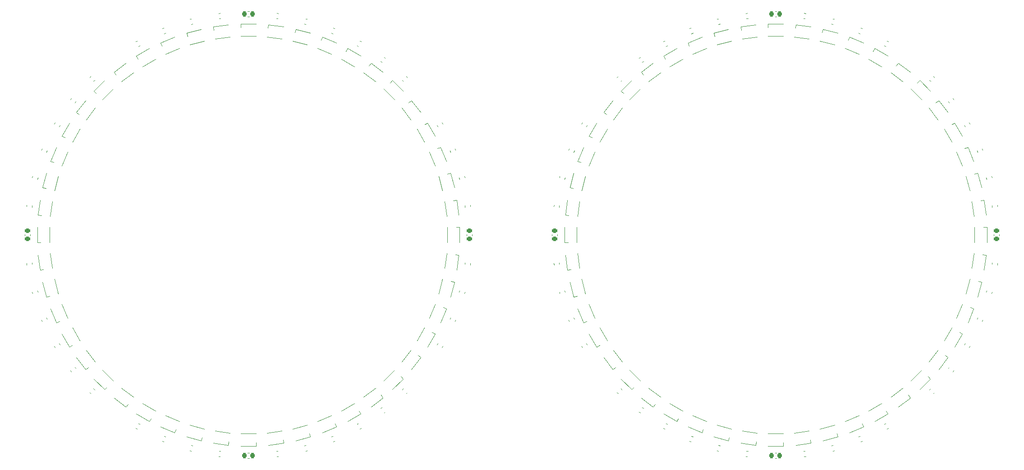
<source format=gto>
G04 #@! TF.GenerationSoftware,KiCad,Pcbnew,8.0.4*
G04 #@! TF.CreationDate,2025-02-17T11:37:42+11:00*
G04 #@! TF.ProjectId,LGS_FrontPCB,4c47535f-4672-46f6-9e74-5043422e6b69,rev?*
G04 #@! TF.SameCoordinates,Original*
G04 #@! TF.FileFunction,Legend,Top*
G04 #@! TF.FilePolarity,Positive*
%FSLAX46Y46*%
G04 Gerber Fmt 4.6, Leading zero omitted, Abs format (unit mm)*
G04 Created by KiCad (PCBNEW 8.0.4) date 2025-02-17 11:37:42*
%MOMM*%
%LPD*%
G01*
G04 APERTURE LIST*
G04 Aperture macros list*
%AMRoundRect*
0 Rectangle with rounded corners*
0 $1 Rounding radius*
0 $2 $3 $4 $5 $6 $7 $8 $9 X,Y pos of 4 corners*
0 Add a 4 corners polygon primitive as box body*
4,1,4,$2,$3,$4,$5,$6,$7,$8,$9,$2,$3,0*
0 Add four circle primitives for the rounded corners*
1,1,$1+$1,$2,$3*
1,1,$1+$1,$4,$5*
1,1,$1+$1,$6,$7*
1,1,$1+$1,$8,$9*
0 Add four rect primitives between the rounded corners*
20,1,$1+$1,$2,$3,$4,$5,0*
20,1,$1+$1,$4,$5,$6,$7,0*
20,1,$1+$1,$6,$7,$8,$9,0*
20,1,$1+$1,$8,$9,$2,$3,0*%
%AMRotRect*
0 Rectangle, with rotation*
0 The origin of the aperture is its center*
0 $1 length*
0 $2 width*
0 $3 Rotation angle, in degrees counterclockwise*
0 Add horizontal line*
21,1,$1,$2,0,0,$3*%
G04 Aperture macros list end*
%ADD10C,0.120000*%
%ADD11RotRect,0.700000X0.700000X262.500000*%
%ADD12RotRect,0.700000X0.700000X255.000000*%
%ADD13RotRect,0.700000X0.700000X247.500000*%
%ADD14RotRect,0.700000X0.700000X240.000000*%
%ADD15RotRect,0.700000X0.700000X232.500000*%
%ADD16RotRect,0.700000X0.700000X225.000000*%
%ADD17RotRect,0.700000X0.700000X217.500000*%
%ADD18RotRect,0.700000X0.700000X210.000000*%
%ADD19RotRect,0.700000X0.700000X202.500000*%
%ADD20RotRect,0.700000X0.700000X195.000000*%
%ADD21RotRect,0.700000X0.700000X187.500000*%
%ADD22R,0.700000X0.700000*%
%ADD23RotRect,0.700000X0.700000X172.500000*%
%ADD24RotRect,0.700000X0.700000X165.000000*%
%ADD25RotRect,0.700000X0.700000X157.500000*%
%ADD26RotRect,0.700000X0.700000X150.000000*%
%ADD27RotRect,0.700000X0.700000X142.500000*%
%ADD28RotRect,0.700000X0.700000X135.000000*%
%ADD29RotRect,0.700000X0.700000X127.500000*%
%ADD30RotRect,0.700000X0.700000X120.000000*%
%ADD31RotRect,0.700000X0.700000X112.500000*%
%ADD32RotRect,0.700000X0.700000X105.000000*%
%ADD33RotRect,0.700000X0.700000X97.500000*%
%ADD34RotRect,0.700000X0.700000X82.500000*%
%ADD35RotRect,0.700000X0.700000X75.000000*%
%ADD36RotRect,0.700000X0.700000X67.500000*%
%ADD37RotRect,0.700000X0.700000X60.000000*%
%ADD38RotRect,0.700000X0.700000X52.500000*%
%ADD39RotRect,0.700000X0.700000X45.000000*%
%ADD40RotRect,0.700000X0.700000X37.500000*%
%ADD41RotRect,0.700000X0.700000X30.000000*%
%ADD42RotRect,0.700000X0.700000X22.500000*%
%ADD43RotRect,0.700000X0.700000X15.000000*%
%ADD44RotRect,0.700000X0.700000X7.500000*%
%ADD45RotRect,0.700000X0.700000X352.500000*%
%ADD46RotRect,0.700000X0.700000X345.000000*%
%ADD47RotRect,0.700000X0.700000X337.500000*%
%ADD48RotRect,0.700000X0.700000X330.000000*%
%ADD49RotRect,0.700000X0.700000X322.500000*%
%ADD50RotRect,0.700000X0.700000X315.000000*%
%ADD51RotRect,0.700000X0.700000X307.500000*%
%ADD52RotRect,0.700000X0.700000X300.000000*%
%ADD53RotRect,0.700000X0.700000X292.500000*%
%ADD54RotRect,0.700000X0.700000X285.000000*%
%ADD55RotRect,0.700000X0.700000X277.500000*%
%ADD56RoundRect,0.225000X0.218493X-0.255707X0.277230X0.190444X-0.218493X0.255707X-0.277230X-0.190444X0*%
%ADD57RoundRect,0.225000X0.183247X-0.282038X0.299716X0.152629X-0.183247X0.282038X-0.299716X-0.152629X0*%
%ADD58RoundRect,0.225000X0.144866X-0.303544X0.317074X0.112202X-0.144866X0.303544X-0.317074X-0.112202X0*%
%ADD59RoundRect,0.225000X0.104006X-0.319856X0.329006X0.069856X-0.104006X0.319856X-0.329006X-0.069856X0*%
%ADD60RoundRect,0.225000X0.017678X-0.335876X0.335876X-0.017678X-0.017678X0.335876X-0.335876X0.017678X0*%
%ADD61RoundRect,0.225000X-0.069856X-0.329006X0.319856X-0.104006X0.069856X0.329006X-0.319856X0.104006X0*%
%ADD62RoundRect,0.225000X-0.112202X-0.317074X0.303544X-0.144866X0.112202X0.317074X-0.303544X0.144866X0*%
%ADD63RoundRect,0.225000X-0.152629X-0.299716X0.282038X-0.183247X0.152629X0.299716X-0.282038X0.183247X0*%
%ADD64RoundRect,0.225000X-0.190444X-0.277230X0.255707X-0.218493X0.190444X0.277230X-0.255707X0.218493X0*%
%ADD65RoundRect,0.225000X-0.225000X-0.250000X0.225000X-0.250000X0.225000X0.250000X-0.225000X0.250000X0*%
%ADD66RoundRect,0.225000X-0.255707X-0.218493X0.190444X-0.277230X0.255707X0.218493X-0.190444X0.277230X0*%
%ADD67RoundRect,0.225000X-0.282038X-0.183247X0.152629X-0.299716X0.282038X0.183247X-0.152629X0.299716X0*%
%ADD68RoundRect,0.225000X-0.303544X-0.144866X0.112202X-0.317074X0.303544X0.144866X-0.112202X0.317074X0*%
%ADD69RoundRect,0.225000X-0.319856X-0.104006X0.069856X-0.329006X0.319856X0.104006X-0.069856X0.329006X0*%
%ADD70RoundRect,0.225000X-0.335876X-0.017678X-0.017678X-0.335876X0.335876X0.017678X0.017678X0.335876X0*%
%ADD71RoundRect,0.225000X-0.335310X0.026314X-0.061367X-0.330695X0.335310X-0.026314X0.061367X0.330695X0*%
%ADD72RoundRect,0.225000X-0.329006X0.069856X-0.104006X-0.319856X0.329006X-0.069856X0.104006X0.319856X0*%
%ADD73RoundRect,0.225000X-0.317074X0.112202X-0.144866X-0.303544X0.317074X-0.112202X0.144866X0.303544X0*%
%ADD74RoundRect,0.225000X-0.299716X0.152629X-0.183247X-0.282038X0.299716X-0.152629X0.183247X0.282038X0*%
%ADD75RoundRect,0.225000X-0.277230X0.190444X-0.218493X-0.255707X0.277230X-0.190444X0.218493X0.255707X0*%
%ADD76RoundRect,0.225000X-0.250000X0.225000X-0.250000X-0.225000X0.250000X-0.225000X0.250000X0.225000X0*%
%ADD77RoundRect,0.225000X-0.218493X0.255707X-0.277230X-0.190444X0.218493X-0.255707X0.277230X0.190444X0*%
%ADD78RoundRect,0.225000X-0.183247X0.282038X-0.299716X-0.152629X0.183247X-0.282038X0.299716X0.152629X0*%
%ADD79RoundRect,0.225000X-0.144866X0.303544X-0.317074X-0.112202X0.144866X-0.303544X0.317074X0.112202X0*%
%ADD80RoundRect,0.225000X-0.104006X0.319856X-0.329006X-0.069856X0.104006X-0.319856X0.329006X0.069856X0*%
%ADD81RoundRect,0.225000X-0.061367X0.330695X-0.335310X-0.026314X0.061367X-0.330695X0.335310X0.026314X0*%
%ADD82RoundRect,0.225000X-0.017678X0.335876X-0.335876X0.017678X0.017678X-0.335876X0.335876X-0.017678X0*%
%ADD83RoundRect,0.225000X0.069856X0.329006X-0.319856X0.104006X-0.069856X-0.329006X0.319856X-0.104006X0*%
%ADD84RoundRect,0.225000X0.112202X0.317074X-0.303544X0.144866X-0.112202X-0.317074X0.303544X-0.144866X0*%
%ADD85RoundRect,0.225000X0.152629X0.299716X-0.282038X0.183247X-0.152629X-0.299716X0.282038X-0.183247X0*%
%ADD86RoundRect,0.225000X0.190444X0.277230X-0.255707X0.218493X-0.190444X-0.277230X0.255707X-0.218493X0*%
%ADD87RoundRect,0.225000X0.225000X0.250000X-0.225000X0.250000X-0.225000X-0.250000X0.225000X-0.250000X0*%
%ADD88RoundRect,0.225000X0.255707X0.218493X-0.190444X0.277230X-0.255707X-0.218493X0.190444X-0.277230X0*%
%ADD89RoundRect,0.225000X0.282038X0.183247X-0.152629X0.299716X-0.282038X-0.183247X0.152629X-0.299716X0*%
%ADD90RoundRect,0.225000X0.303544X0.144866X-0.112202X0.317074X-0.303544X-0.144866X0.112202X-0.317074X0*%
%ADD91RoundRect,0.225000X0.319856X0.104006X-0.069856X0.329006X-0.319856X-0.104006X0.069856X-0.329006X0*%
%ADD92RoundRect,0.225000X0.330695X0.061367X-0.026314X0.335310X-0.330695X-0.061367X0.026314X-0.335310X0*%
%ADD93RoundRect,0.225000X0.335876X0.017678X0.017678X0.335876X-0.335876X-0.017678X-0.017678X-0.335876X0*%
%ADD94RoundRect,0.225000X0.329006X-0.069856X0.104006X0.319856X-0.329006X0.069856X-0.104006X-0.319856X0*%
%ADD95RoundRect,0.225000X0.317074X-0.112202X0.144866X0.303544X-0.317074X0.112202X-0.144866X-0.303544X0*%
%ADD96RoundRect,0.225000X0.299716X-0.152629X0.183247X0.282038X-0.299716X0.152629X-0.183247X-0.282038X0*%
%ADD97RoundRect,0.225000X0.277230X-0.190444X0.218493X0.255707X-0.277230X0.190444X-0.218493X-0.255707X0*%
%ADD98RoundRect,0.225000X0.250000X-0.225000X0.250000X0.225000X-0.250000X0.225000X-0.250000X-0.225000X0*%
%ADD99RoundRect,0.225000X0.335310X-0.026314X0.061367X0.330695X-0.335310X0.026314X-0.061367X-0.330695X0*%
%ADD100RoundRect,0.225000X-0.330695X-0.061367X0.026314X-0.335310X0.330695X0.061367X-0.026314X0.335310X0*%
%ADD101C,2.200000*%
%ADD102RoundRect,0.225000X-0.026314X-0.335310X0.330695X-0.061367X0.026314X0.335310X-0.330695X0.061367X0*%
%ADD103RoundRect,0.225000X0.061367X-0.330695X0.335310X0.026314X-0.061367X0.330695X-0.335310X-0.026314X0*%
%ADD104RoundRect,0.225000X0.026314X0.335310X-0.330695X0.061367X-0.026314X-0.335310X0.330695X-0.061367X0*%
G04 APERTURE END LIST*
D10*
X-61784189Y-3467301D02*
X-62154883Y-6283007D01*
X-59503863Y-3767511D02*
X-59874557Y-6583217D01*
X-59503863Y-3767511D02*
X-60148302Y-3682671D01*
X-62555148Y-8295275D02*
X-63290195Y-11038508D01*
X-60333517Y-8890560D02*
X-61068564Y-11633793D01*
X-60333517Y-8890560D02*
X-60961368Y-8722329D01*
X-63949689Y-12981316D02*
X-65036511Y-15605137D01*
X-61824765Y-13861489D02*
X-62911587Y-16485310D01*
X-61824765Y-13861489D02*
X-62425286Y-13612746D01*
X-65943951Y-17445243D02*
X-67363952Y-19904758D01*
X-63952092Y-18595244D02*
X-65372093Y-21054759D01*
X-63952092Y-18595244D02*
X-64515010Y-18270245D01*
X-68503812Y-21610677D02*
X-70232695Y-23863802D01*
X-66679099Y-23010830D02*
X-68407982Y-25263955D01*
X-66679099Y-23010830D02*
X-67194780Y-22615135D01*
X-71585468Y-25406344D02*
X-73593652Y-27414530D01*
X-69959122Y-27032690D02*
X-71967306Y-29040876D01*
X-69959122Y-27032690D02*
X-70418743Y-26573072D01*
X-75136199Y-28767306D02*
X-77389323Y-30496190D01*
X-73736047Y-30592018D02*
X-75989171Y-32320902D01*
X-73736047Y-30592018D02*
X-74131743Y-30076341D01*
X-79095242Y-31636047D02*
X-81554755Y-33056050D01*
X-77945241Y-33627906D02*
X-80404754Y-35047909D01*
X-77945241Y-33627906D02*
X-78270243Y-33064990D01*
X-83394863Y-33963488D02*
X-86018682Y-35050312D01*
X-82514690Y-36088412D02*
X-85138509Y-37175236D01*
X-82514690Y-36088412D02*
X-82763437Y-35487892D01*
X-87961492Y-35709805D02*
X-90704723Y-36444854D01*
X-87366207Y-37931436D02*
X-90109438Y-38666485D01*
X-87366207Y-37931436D02*
X-87534441Y-37303586D01*
X-92716993Y-36845117D02*
X-95532699Y-37215813D01*
X-92416781Y-39125443D02*
X-95232487Y-39496139D01*
X-92416781Y-39125443D02*
X-92501625Y-38481004D01*
X-97579999Y-37349998D02*
X-100420002Y-37349999D01*
X-97579998Y-39650001D02*
X-100420001Y-39650002D01*
X-97579998Y-39650001D02*
X-97580000Y-39000001D01*
X-102467299Y-37215812D02*
X-105283005Y-36845118D01*
X-102767509Y-39496138D02*
X-105583215Y-39125444D01*
X-102767509Y-39496138D02*
X-102682669Y-38851699D01*
X-107295273Y-36444853D02*
X-110038506Y-35709806D01*
X-107890558Y-38666484D02*
X-110633791Y-37931437D01*
X-107890558Y-38666484D02*
X-107722327Y-38038633D01*
X-111981314Y-35050312D02*
X-114605135Y-33963490D01*
X-112861487Y-37175236D02*
X-115485308Y-36088414D01*
X-112861487Y-37175236D02*
X-112612744Y-36574715D01*
X-116445241Y-33056050D02*
X-118904756Y-31636049D01*
X-117595242Y-35047909D02*
X-120054757Y-33627908D01*
X-117595242Y-35047909D02*
X-117270243Y-34484991D01*
X-120610676Y-30496189D02*
X-122863801Y-28767306D01*
X-122010829Y-32320902D02*
X-124263954Y-30592019D01*
X-122010829Y-32320902D02*
X-121615134Y-31805221D01*
X-124406344Y-27414532D02*
X-126414530Y-25406348D01*
X-126032690Y-29040878D02*
X-128040876Y-27032694D01*
X-126032690Y-29040878D02*
X-125573072Y-28581257D01*
X-127767305Y-23863802D02*
X-129496189Y-21610678D01*
X-129592017Y-25263954D02*
X-131320901Y-23010830D01*
X-129592017Y-25263954D02*
X-129076340Y-24868258D01*
X-130636047Y-19904756D02*
X-132056050Y-17445243D01*
X-132627906Y-21054757D02*
X-134047909Y-18595244D01*
X-132627906Y-21054757D02*
X-132064990Y-20729755D01*
X-132963488Y-15605136D02*
X-134050312Y-12981317D01*
X-135088412Y-16485309D02*
X-136175236Y-13861490D01*
X-135088412Y-16485309D02*
X-134487892Y-16236562D01*
X-134709804Y-11038507D02*
X-135444853Y-8295276D01*
X-136931435Y-11633792D02*
X-137666484Y-8890561D01*
X-136931435Y-11633792D02*
X-136303585Y-11465558D01*
X-135845116Y-6283006D02*
X-136215812Y-3467300D01*
X-138125442Y-6583218D02*
X-138496138Y-3767512D01*
X-138125442Y-6583218D02*
X-137481003Y-6498374D01*
X-136349998Y-1420001D02*
X-136349999Y1420002D01*
X-138650001Y-1420002D02*
X-138650002Y1420001D01*
X-138650001Y-1420002D02*
X-138000001Y-1420000D01*
X-136215811Y3467300D02*
X-135845117Y6283006D01*
X-138496137Y3767510D02*
X-138125443Y6583216D01*
X-138496137Y3767510D02*
X-137851698Y3682670D01*
X-135444852Y8295274D02*
X-134709805Y11038507D01*
X-137666483Y8890559D02*
X-136931436Y11633792D01*
X-137666483Y8890559D02*
X-137038632Y8722328D01*
X-134050311Y12981315D02*
X-132963489Y15605136D01*
X-136175235Y13861488D02*
X-135088413Y16485309D01*
X-136175235Y13861488D02*
X-135574714Y13612745D01*
X-132056049Y17445242D02*
X-130636048Y19904757D01*
X-134047908Y18595243D02*
X-132627907Y21054758D01*
X-134047908Y18595243D02*
X-133484990Y18270244D01*
X-129496190Y21610675D02*
X-127767307Y23863800D01*
X-131320903Y23010828D02*
X-129592020Y25263953D01*
X-131320903Y23010828D02*
X-130805222Y22615133D01*
X-126414530Y25406345D02*
X-124406346Y27414531D01*
X-128040876Y27032691D02*
X-126032692Y29040877D01*
X-128040876Y27032691D02*
X-127581255Y26573073D01*
X-122863803Y28767305D02*
X-120610679Y30496189D01*
X-124263955Y30592017D02*
X-122010831Y32320901D01*
X-124263955Y30592017D02*
X-123868259Y30076340D01*
X-118904755Y31636047D02*
X-116445242Y33056050D01*
X-120054756Y33627906D02*
X-117595243Y35047909D01*
X-120054756Y33627906D02*
X-119729754Y33064990D01*
X-114605135Y33963488D02*
X-111981316Y35050312D01*
X-115485308Y36088412D02*
X-112861489Y37175236D01*
X-115485308Y36088412D02*
X-115236561Y35487892D01*
X-110038506Y35709804D02*
X-107295275Y36444853D01*
X-110633791Y37931435D02*
X-107890560Y38666484D01*
X-110633791Y37931435D02*
X-110465557Y37303585D01*
X-105283005Y36845116D02*
X-102467299Y37215812D01*
X-105583217Y39125442D02*
X-102767511Y39496138D01*
X-105583217Y39125442D02*
X-105498373Y38481003D01*
X-100420001Y37349998D02*
X-97579998Y37349999D01*
X-100420002Y39650001D02*
X-97579999Y39650002D01*
X-100420002Y39650001D02*
X-100420000Y39000001D01*
X-95532700Y37215811D02*
X-92716994Y36845117D01*
X-95232490Y39496137D02*
X-92416784Y39125443D01*
X-95232490Y39496137D02*
X-95317330Y38851698D01*
X-90704726Y36444852D02*
X-87961493Y35709805D01*
X-90109441Y38666483D02*
X-87366208Y37931436D01*
X-90109441Y38666483D02*
X-90277672Y38038632D01*
X-86018685Y35050311D02*
X-83394864Y33963489D01*
X-85138512Y37175235D02*
X-82514691Y36088413D01*
X-85138512Y37175235D02*
X-85387255Y36574714D01*
X-81554758Y33056049D02*
X-79095243Y31636048D01*
X-80404757Y35047908D02*
X-77945242Y33627907D01*
X-80404757Y35047908D02*
X-80729756Y34484990D01*
X-77389325Y30496190D02*
X-75136200Y28767307D01*
X-75989172Y32320903D02*
X-73736047Y30592020D01*
X-75989172Y32320903D02*
X-76384867Y31805222D01*
X-73593655Y27414530D02*
X-71585469Y25406346D01*
X-71967309Y29040876D02*
X-69959123Y27032692D01*
X-71967309Y29040876D02*
X-72426927Y28581255D01*
X-70232695Y23863803D02*
X-68503811Y21610679D01*
X-68407983Y25263955D02*
X-66679099Y23010831D01*
X-68407983Y25263955D02*
X-68923660Y24868259D01*
X-67363953Y19904756D02*
X-65943950Y17445243D01*
X-65372094Y21054757D02*
X-63952091Y18595244D01*
X-65372094Y21054757D02*
X-65935010Y20729755D01*
X-65036512Y15605135D02*
X-63949688Y12981316D01*
X-62911588Y16485308D02*
X-61824764Y13861489D01*
X-62911588Y16485308D02*
X-63512108Y16236561D01*
X-63290196Y11038506D02*
X-62555147Y8295275D01*
X-61068565Y11633791D02*
X-60333516Y8890560D01*
X-61068565Y11633791D02*
X-61696415Y11465557D01*
X-62154884Y6283005D02*
X-61784188Y3467299D01*
X-59874558Y6583217D02*
X-59503862Y3767511D01*
X-59874558Y6583217D02*
X-60518997Y6498373D01*
X-61650002Y1420001D02*
X-61650001Y-1420002D01*
X-59349999Y1420002D02*
X-59349998Y-1420001D01*
X-59349999Y1420002D02*
X-59999999Y1420000D01*
X-37215811Y3467301D02*
X-36845117Y6283006D01*
X-39496137Y3767510D02*
X-39125443Y6583215D01*
X-39496137Y3767510D02*
X-38851696Y3682671D01*
X-36444851Y8295274D02*
X-35709808Y11038508D01*
X-38666480Y8890558D02*
X-37931437Y11633792D01*
X-38666480Y8890558D02*
X-38038630Y8722329D01*
X-35050310Y12981315D02*
X-33963491Y15605137D01*
X-37175233Y13861487D02*
X-36088414Y16485309D01*
X-37175233Y13861487D02*
X-36574714Y13612746D01*
X-33056047Y17445243D02*
X-31636048Y19904757D01*
X-35047908Y18595243D02*
X-33627909Y21054757D01*
X-35047908Y18595243D02*
X-34484990Y18270244D01*
X-30496188Y21610675D02*
X-28767305Y23863800D01*
X-32320901Y23010828D02*
X-30592018Y25263953D01*
X-32320901Y23010828D02*
X-31805219Y22615134D01*
X-27414530Y25406345D02*
X-25406346Y27414531D01*
X-29040876Y27032691D02*
X-27032692Y29040877D01*
X-29040876Y27032691D02*
X-28581255Y26573073D01*
X-23863802Y28767304D02*
X-21610678Y30496188D01*
X-25263954Y30592016D02*
X-23010830Y32320900D01*
X-25263954Y30592016D02*
X-24868258Y30076337D01*
X-19904756Y31636048D02*
X-17445243Y33056050D01*
X-21054757Y33627906D02*
X-18595244Y35047908D01*
X-21054757Y33627906D02*
X-20729755Y33064990D01*
X-15605135Y33963489D02*
X-12981315Y35050311D01*
X-16485309Y36088413D02*
X-13861489Y37175235D01*
X-16485309Y36088413D02*
X-16236561Y35487892D01*
X-11038507Y35709805D02*
X-8295274Y36444852D01*
X-11633792Y37931436D02*
X-8890559Y38666483D01*
X-11633792Y37931436D02*
X-11465559Y37303585D01*
X-6283004Y36845117D02*
X-3467298Y37215815D01*
X-6583218Y39125439D02*
X-3767512Y39496137D01*
X-6583218Y39125439D02*
X-6498374Y38481004D01*
X-1420001Y37349998D02*
X1420002Y37349999D01*
X-1420002Y39650001D02*
X1420001Y39650002D01*
X-1420002Y39650001D02*
X-1420000Y39000001D01*
X3467301Y37215811D02*
X6283006Y36845117D01*
X3767510Y39496137D02*
X6583215Y39125443D01*
X3767510Y39496137D02*
X3682671Y38851696D01*
X8295274Y36444851D02*
X11038508Y35709808D01*
X8890558Y38666480D02*
X11633792Y37931437D01*
X8890558Y38666480D02*
X8722329Y38038630D01*
X12981315Y35050310D02*
X15605137Y33963491D01*
X13861487Y37175233D02*
X16485309Y36088414D01*
X13861487Y37175233D02*
X13612746Y36574714D01*
X17445243Y33056047D02*
X19904757Y31636048D01*
X18595243Y35047908D02*
X21054757Y33627909D01*
X18595243Y35047908D02*
X18270244Y34484990D01*
X21610675Y30496188D02*
X23863800Y28767305D01*
X23010828Y32320901D02*
X25263953Y30592018D01*
X23010828Y32320901D02*
X22615134Y31805219D01*
X25406345Y27414530D02*
X27414531Y25406346D01*
X27032691Y29040876D02*
X29040877Y27032692D01*
X27032691Y29040876D02*
X26573073Y28581255D01*
X28767304Y23863802D02*
X30496188Y21610678D01*
X30592016Y25263954D02*
X32320900Y23010830D01*
X30592016Y25263954D02*
X30076337Y24868258D01*
X31636048Y19904756D02*
X33056050Y17445243D01*
X33627906Y21054757D02*
X35047908Y18595244D01*
X33627906Y21054757D02*
X33064990Y20729755D01*
X33963489Y15605135D02*
X35050311Y12981315D01*
X36088413Y16485309D02*
X37175235Y13861489D01*
X36088413Y16485309D02*
X35487892Y16236561D01*
X35709805Y11038507D02*
X36444852Y8295274D01*
X37931436Y11633792D02*
X38666483Y8890559D01*
X37931436Y11633792D02*
X37303585Y11465559D01*
X36845117Y6283004D02*
X37215815Y3467298D01*
X39125439Y6583218D02*
X39496137Y3767512D01*
X39125439Y6583218D02*
X38481004Y6498374D01*
X37349998Y1420001D02*
X37349999Y-1420002D01*
X39650001Y1420002D02*
X39650002Y-1420001D01*
X39650001Y1420002D02*
X39000001Y1420000D01*
X37215811Y-3467301D02*
X36845117Y-6283006D01*
X39496137Y-3767510D02*
X39125443Y-6583215D01*
X39496137Y-3767510D02*
X38851696Y-3682671D01*
X36444851Y-8295274D02*
X35709808Y-11038508D01*
X38666480Y-8890558D02*
X37931437Y-11633792D01*
X38666480Y-8890558D02*
X38038630Y-8722329D01*
X35050310Y-12981315D02*
X33963491Y-15605137D01*
X37175233Y-13861487D02*
X36088414Y-16485309D01*
X37175233Y-13861487D02*
X36574714Y-13612746D01*
X33056047Y-17445242D02*
X31636048Y-19904756D01*
X35047908Y-18595242D02*
X33627909Y-21054756D01*
X35047908Y-18595242D02*
X34484990Y-18270243D01*
X30496188Y-21610675D02*
X28767305Y-23863800D01*
X32320901Y-23010828D02*
X30592018Y-25263953D01*
X32320901Y-23010828D02*
X31805219Y-22615134D01*
X27414530Y-25406345D02*
X25406346Y-27414531D01*
X29040876Y-27032691D02*
X27032692Y-29040877D01*
X29040876Y-27032691D02*
X28581255Y-26573073D01*
X23863802Y-28767304D02*
X21610678Y-30496188D01*
X25263954Y-30592016D02*
X23010830Y-32320900D01*
X25263954Y-30592016D02*
X24868258Y-30076337D01*
X19904755Y-31636048D02*
X17445242Y-33056050D01*
X21054756Y-33627906D02*
X18595243Y-35047908D01*
X21054756Y-33627906D02*
X20729754Y-33064990D01*
X15605135Y-33963489D02*
X12981315Y-35050311D01*
X16485309Y-36088413D02*
X13861489Y-37175235D01*
X16485309Y-36088413D02*
X16236561Y-35487892D01*
X11038507Y-35709805D02*
X8295274Y-36444852D01*
X11633792Y-37931436D02*
X8890559Y-38666483D01*
X11633792Y-37931436D02*
X11465559Y-37303585D01*
X6283004Y-36845117D02*
X3467298Y-37215815D01*
X6583218Y-39125439D02*
X3767512Y-39496137D01*
X6583218Y-39125439D02*
X6498374Y-38481004D01*
X1420001Y-37349998D02*
X-1420002Y-37349999D01*
X1420002Y-39650001D02*
X-1420001Y-39650002D01*
X1420002Y-39650001D02*
X1420000Y-39000001D01*
X-3467301Y-37215811D02*
X-6283006Y-36845117D01*
X-3767510Y-39496137D02*
X-6583215Y-39125443D01*
X-3767510Y-39496137D02*
X-3682671Y-38851696D01*
X-8295274Y-36444851D02*
X-11038508Y-35709808D01*
X-8890558Y-38666480D02*
X-11633792Y-37931437D01*
X-8890558Y-38666480D02*
X-8722329Y-38038630D01*
X-12981315Y-35050310D02*
X-15605137Y-33963491D01*
X-13861487Y-37175233D02*
X-16485309Y-36088414D01*
X-13861487Y-37175233D02*
X-13612746Y-36574714D01*
X-17445243Y-33056047D02*
X-19904757Y-31636048D01*
X-18595243Y-35047908D02*
X-21054757Y-33627909D01*
X-18595243Y-35047908D02*
X-18270244Y-34484990D01*
X-21610675Y-30496188D02*
X-23863800Y-28767305D01*
X-23010828Y-32320901D02*
X-25263953Y-30592018D01*
X-23010828Y-32320901D02*
X-22615134Y-31805219D01*
X-25406345Y-27414530D02*
X-27414531Y-25406346D01*
X-27032691Y-29040876D02*
X-29040877Y-27032692D01*
X-27032691Y-29040876D02*
X-26573073Y-28581255D01*
X-28767304Y-23863802D02*
X-30496188Y-21610678D01*
X-30592016Y-25263954D02*
X-32320900Y-23010830D01*
X-30592016Y-25263954D02*
X-30076337Y-24868258D01*
X-31636048Y-19904755D02*
X-33056050Y-17445242D01*
X-33627906Y-21054756D02*
X-35047908Y-18595243D01*
X-33627906Y-21054756D02*
X-33064990Y-20729754D01*
X-33963489Y-15605135D02*
X-35050311Y-12981315D01*
X-36088413Y-16485309D02*
X-37175235Y-13861489D01*
X-36088413Y-16485309D02*
X-35487892Y-16236561D01*
X-35709805Y-11038507D02*
X-36444852Y-8295274D01*
X-37931436Y-11633792D02*
X-38666483Y-8890559D01*
X-37931436Y-11633792D02*
X-37303585Y-11465559D01*
X-36845117Y-6283004D02*
X-37215815Y-3467298D01*
X-39125439Y-6583218D02*
X-39496137Y-3767512D01*
X-39125439Y-6583218D02*
X-38481004Y-6498374D01*
X-37349998Y-1420001D02*
X-37349999Y1420002D01*
X-39650001Y-1420002D02*
X-39650002Y1420001D01*
X-39650001Y-1420002D02*
X-39000001Y-1420000D01*
X-57367754Y-5622788D02*
X-57331052Y-5344022D01*
X-58379032Y-5489648D02*
X-58342330Y-5210882D01*
X-58457839Y-11008771D02*
X-58385068Y-10737192D01*
X-59443090Y-10744784D02*
X-59370319Y-10473205D01*
X-60241620Y-16206415D02*
X-60134019Y-15946646D01*
X-61183981Y-15816074D02*
X-61076380Y-15556305D01*
X-62688565Y-21126751D02*
X-62547980Y-20883250D01*
X-63571912Y-20616746D02*
X-63431327Y-20373245D01*
X-69393844Y-29804956D02*
X-69195036Y-29606141D01*
X-70115100Y-29083717D02*
X-69916292Y-28884902D01*
X-78116750Y-36452020D02*
X-77873249Y-36311435D01*
X-78626749Y-35568669D02*
X-78383248Y-35428084D01*
X-83053341Y-38865975D02*
X-82793584Y-38758381D01*
X-83443688Y-37923617D02*
X-83183931Y-37816023D01*
X-88262795Y-40614927D02*
X-87991215Y-40542152D01*
X-88526801Y-39629688D02*
X-88255221Y-39556913D01*
X-93655965Y-41668947D02*
X-93377211Y-41632250D01*
X-93789111Y-40657670D02*
X-93510357Y-40620973D01*
X-99140573Y-42009999D02*
X-98859414Y-42010001D01*
X-99140582Y-40989995D02*
X-98859423Y-40989997D01*
X-104622787Y-41632246D02*
X-104344021Y-41668948D01*
X-104489647Y-40620968D02*
X-104210881Y-40657670D01*
X-110008771Y-40542160D02*
X-109737192Y-40614931D01*
X-109744784Y-39556909D02*
X-109473205Y-39629680D01*
X-115206415Y-38758379D02*
X-114946646Y-38865980D01*
X-114816074Y-37816018D02*
X-114556305Y-37923619D01*
X-120126750Y-36311434D02*
X-119883249Y-36452019D01*
X-119616745Y-35428087D02*
X-119373244Y-35568672D01*
X-128804955Y-29606155D02*
X-128606140Y-29804963D01*
X-128083716Y-28884899D02*
X-127884901Y-29083707D01*
X-132414356Y-25462533D02*
X-132243190Y-25685601D01*
X-131605130Y-24841597D02*
X-131433964Y-25064665D01*
X-135452018Y-20883247D02*
X-135311433Y-21126748D01*
X-134568667Y-20373248D02*
X-134428082Y-20616749D01*
X-137865972Y-15946656D02*
X-137758378Y-16206413D01*
X-136923614Y-15556309D02*
X-136816020Y-15816066D01*
X-139614924Y-10737203D02*
X-139542149Y-11008783D01*
X-138629685Y-10473197D02*
X-138556910Y-10744777D01*
X-140668945Y-5344033D02*
X-140632248Y-5622787D01*
X-139657668Y-5210887D02*
X-139620971Y-5489641D01*
X-141009999Y140573D02*
X-141010001Y-140586D01*
X-139989995Y140582D02*
X-139989997Y-140577D01*
X-140632245Y5622788D02*
X-140668947Y5344022D01*
X-139620967Y5489648D02*
X-139657669Y5210882D01*
X-139542158Y11008771D02*
X-139614929Y10737192D01*
X-138556907Y10744784D02*
X-138629678Y10473205D01*
X-137758377Y16206415D02*
X-137865978Y15946646D01*
X-136816016Y15816074D02*
X-136923617Y15556305D01*
X-135311432Y21126750D02*
X-135452017Y20883249D01*
X-134428085Y20616745D02*
X-134568670Y20373244D01*
X-132243189Y25685601D02*
X-132414354Y25462533D01*
X-131433968Y25064659D02*
X-131605133Y24841591D01*
X-128606153Y29804955D02*
X-128804961Y29606140D01*
X-127884897Y29083716D02*
X-128083705Y28884901D01*
X-119883248Y36452019D02*
X-120126749Y36311434D01*
X-119373249Y35568668D02*
X-119616750Y35428083D01*
X-114946657Y38865973D02*
X-115206414Y38758379D01*
X-114556310Y37923615D02*
X-114816067Y37816021D01*
X-109737203Y40614925D02*
X-110008783Y40542150D01*
X-109473197Y39629686D02*
X-109744777Y39556911D01*
X-104344035Y41668947D02*
X-104622789Y41632250D01*
X-104210889Y40657670D02*
X-104489643Y40620973D01*
X-98859427Y42009999D02*
X-99140586Y42010001D01*
X-98859418Y40989995D02*
X-99140577Y40989997D01*
X-93377212Y41632245D02*
X-93655978Y41668947D01*
X-93510352Y40620967D02*
X-93789118Y40657669D01*
X-87991229Y40542158D02*
X-88262808Y40614929D01*
X-88255216Y39556907D02*
X-88526795Y39629678D01*
X-82793585Y38758377D02*
X-83053354Y38865978D01*
X-83183926Y37816016D02*
X-83443695Y37923617D01*
X-77873250Y36311432D02*
X-78116751Y36452017D01*
X-78383255Y35428085D02*
X-78626756Y35568670D01*
X-73314399Y33243189D02*
X-73537467Y33414354D01*
X-73935341Y32433968D02*
X-74158409Y32605133D01*
X-69195045Y29606153D02*
X-69393860Y29804961D01*
X-69916284Y28884897D02*
X-70115099Y29083705D01*
X-62547982Y20883247D02*
X-62688567Y21126748D01*
X-63431333Y20373248D02*
X-63571918Y20616749D01*
X-60134027Y15946657D02*
X-60241621Y16206414D01*
X-61076385Y15556310D02*
X-61183979Y15816067D01*
X-58385075Y10737203D02*
X-58457850Y11008783D01*
X-59370314Y10473197D02*
X-59443089Y10744777D01*
X-57331053Y5344035D02*
X-57367750Y5622789D01*
X-58342330Y5210889D02*
X-58379027Y5489643D01*
X-56990001Y-140573D02*
X-56989999Y140586D01*
X-58010005Y-140582D02*
X-58010003Y140577D01*
X-41632251Y5622783D02*
X-41668946Y5344025D01*
X-40620976Y5489649D02*
X-40657671Y5210891D01*
X-40542159Y11008777D02*
X-40614926Y10737196D01*
X-39556914Y10744786D02*
X-39629681Y10473205D01*
X-38758382Y16206411D02*
X-38865975Y15946650D01*
X-37816023Y15816076D02*
X-37923616Y15556315D01*
X-36311438Y21126747D02*
X-36452017Y20883250D01*
X-35428089Y20616750D02*
X-35568668Y20373253D01*
X-29606152Y29804960D02*
X-29804963Y29606145D01*
X-28884897Y29083717D02*
X-29083708Y28884902D01*
X-20883254Y36452019D02*
X-21126747Y36311434D01*
X-20373251Y35568674D02*
X-20616744Y35428089D01*
X-15946653Y38865975D02*
X-16206411Y38758377D01*
X-15556311Y37923621D02*
X-15816069Y37816023D01*
X-10737199Y40614927D02*
X-11008781Y40542155D01*
X-10473197Y39629685D02*
X-10744779Y39556913D01*
X-5344028Y41668947D02*
X-5622783Y41632245D01*
X-5210887Y40657675D02*
X-5489642Y40620973D01*
X140579Y42010000D02*
X-140582Y42009997D01*
X140584Y40990001D02*
X-140577Y40989998D01*
X5622783Y41632251D02*
X5344025Y41668946D01*
X5489649Y40620976D02*
X5210891Y40657671D01*
X11008777Y40542159D02*
X10737196Y40614926D01*
X10744786Y39556914D02*
X10473205Y39629681D01*
X16206411Y38758382D02*
X15946650Y38865975D01*
X15816076Y37816023D02*
X15556315Y37923616D01*
X21126747Y36311438D02*
X20883250Y36452017D01*
X20616750Y35428089D02*
X20373253Y35568668D01*
X29804960Y29606152D02*
X29606145Y29804963D01*
X29083717Y28884897D02*
X28884902Y29083708D01*
X33414355Y25462538D02*
X33243190Y25685598D01*
X32605136Y24841598D02*
X32433971Y25064658D01*
X36452019Y20883254D02*
X36311434Y21126747D01*
X35568674Y20373251D02*
X35428089Y20616744D01*
X38865975Y15946653D02*
X38758377Y16206411D01*
X37923621Y15556311D02*
X37816023Y15816069D01*
X40614927Y10737199D02*
X40542155Y11008781D01*
X39629685Y10473197D02*
X39556913Y10744779D01*
X41668947Y5344028D02*
X41632245Y5622783D01*
X40657675Y5210887D02*
X40620973Y5489642D01*
X42010000Y-140579D02*
X42009997Y140582D01*
X40990001Y-140584D02*
X40989998Y140577D01*
X41632251Y-5622783D02*
X41668946Y-5344025D01*
X40620976Y-5489649D02*
X40657671Y-5210891D01*
X40542159Y-11008777D02*
X40614926Y-10737196D01*
X39556914Y-10744786D02*
X39629681Y-10473205D01*
X38758382Y-16206411D02*
X38865975Y-15946650D01*
X37816023Y-15816076D02*
X37923616Y-15556315D01*
X36311439Y-21126747D02*
X36452018Y-20883250D01*
X35428090Y-20616750D02*
X35568669Y-20373253D01*
X29606152Y-29804960D02*
X29804963Y-29606145D01*
X28884897Y-29083717D02*
X29083708Y-28884902D01*
X20883253Y-36452018D02*
X21126746Y-36311433D01*
X20373250Y-35568673D02*
X20616743Y-35428088D01*
X15946653Y-38865975D02*
X16206411Y-38758377D01*
X15556311Y-37923621D02*
X15816069Y-37816023D01*
X10737199Y-40614927D02*
X11008781Y-40542155D01*
X10473197Y-39629685D02*
X10744779Y-39556913D01*
X5344028Y-41668947D02*
X5622783Y-41632245D01*
X5210887Y-40657675D02*
X5489642Y-40620973D01*
X-140579Y-42010000D02*
X140582Y-42009997D01*
X-140584Y-40990001D02*
X140577Y-40989998D01*
X-5622783Y-41632251D02*
X-5344025Y-41668946D01*
X-5489649Y-40620976D02*
X-5210891Y-40657671D01*
X-11008777Y-40542159D02*
X-10737196Y-40614926D01*
X-10744786Y-39556914D02*
X-10473205Y-39629681D01*
X-16206411Y-38758382D02*
X-15946650Y-38865975D01*
X-15816076Y-37816023D02*
X-15556315Y-37923616D01*
X-21126747Y-36311438D02*
X-20883250Y-36452017D01*
X-20616750Y-35428089D02*
X-20373253Y-35568668D01*
X-25685598Y-33243194D02*
X-25462534Y-33414353D01*
X-25064664Y-32433971D02*
X-24841600Y-32605130D01*
X-29804960Y-29606152D02*
X-29606145Y-29804963D01*
X-29083717Y-28884897D02*
X-28884902Y-29083708D01*
X-36452018Y-20883253D02*
X-36311433Y-21126746D01*
X-35568673Y-20373250D02*
X-35428088Y-20616743D01*
X-38865975Y-15946653D02*
X-38758377Y-16206411D01*
X-37923621Y-15556311D02*
X-37816023Y-15816069D01*
X-40614927Y-10737199D02*
X-40542155Y-11008781D01*
X-39629685Y-10473197D02*
X-39556913Y-10744779D01*
X-41668947Y-5344028D02*
X-41632245Y-5622783D01*
X-40657675Y-5210887D02*
X-40620973Y-5489642D01*
X-40990001Y140584D02*
X-40989998Y-140577D01*
X-42010000Y140579D02*
X-42009997Y-140582D01*
X-73537466Y-33414357D02*
X-73314398Y-33243191D01*
X-74158402Y-32605131D02*
X-73935334Y-32433965D01*
X33243194Y-25685598D02*
X33414353Y-25462534D01*
X32433971Y-25064664D02*
X32605130Y-24841600D01*
X-25462538Y33414355D02*
X-25685598Y33243190D01*
X-24841598Y32605136D02*
X-25064658Y32433971D01*
%LPC*%
D11*
X-60403510Y-6004220D03*
X-61494094Y-5860645D03*
X-61255236Y-4046298D03*
X-60164652Y-4189873D03*
D12*
X-61517416Y-10990707D03*
X-62579930Y-10706010D03*
X-62106296Y-8938361D03*
X-61043782Y-9223058D03*
D13*
X-63272659Y-15789138D03*
X-64288923Y-15368192D03*
X-63588617Y-13677488D03*
X-62572353Y-14098434D03*
D14*
X-65639207Y-20317414D03*
X-66591833Y-19767420D03*
X-65676837Y-18182588D03*
X-64724211Y-18732582D03*
D15*
X-68576568Y-24498053D03*
X-69449256Y-23828422D03*
X-68335226Y-22376579D03*
X-67462538Y-23046210D03*
D16*
X-72034480Y-28259521D03*
X-72812297Y-27481711D03*
X-71518294Y-26187699D03*
X-70740477Y-26965509D03*
D17*
X-75953784Y-31537465D03*
X-76623422Y-30664783D03*
X-75171586Y-29550743D03*
X-74501948Y-30423425D03*
D18*
X-80267411Y-34275792D03*
X-80817412Y-33323171D03*
X-79232585Y-32408164D03*
X-78682584Y-33360785D03*
D19*
X-84901560Y-36427651D03*
X-85322512Y-35411390D03*
X-83631812Y-34711073D03*
X-83210860Y-35727334D03*
D20*
X-89776937Y-37956224D03*
X-90061638Y-36893709D03*
X-88293993Y-36420066D03*
X-88009292Y-37482581D03*
D21*
X-94810123Y-38835354D03*
X-94953704Y-37744771D03*
X-93139357Y-37505902D03*
X-92995776Y-38596485D03*
D22*
X-99915000Y-39050000D03*
X-99915003Y-37950006D03*
X-98085000Y-37950000D03*
X-98084997Y-39049994D03*
D23*
X-105004218Y-38596491D03*
X-104860643Y-37505907D03*
X-103046296Y-37744765D03*
X-103189871Y-38835349D03*
D24*
X-109990705Y-37482585D03*
X-109706008Y-36420071D03*
X-107938359Y-36893705D03*
X-108223056Y-37956219D03*
D25*
X-114789136Y-35727342D03*
X-114368190Y-34711078D03*
X-112677486Y-35411384D03*
X-113098432Y-36427648D03*
D26*
X-119317412Y-33360794D03*
X-118767418Y-32408168D03*
X-117182586Y-33323164D03*
X-117732580Y-34275790D03*
D27*
X-123498052Y-30423433D03*
X-122828421Y-29550745D03*
X-121376578Y-30664775D03*
X-122046209Y-31537463D03*
D28*
X-127259521Y-26965520D03*
X-126481711Y-26187703D03*
X-125187699Y-27481706D03*
X-125965509Y-28259523D03*
D29*
X-130537464Y-23046217D03*
X-129664782Y-22376579D03*
X-128550742Y-23828415D03*
X-129423424Y-24498053D03*
D30*
X-133275792Y-18732587D03*
X-132323171Y-18182586D03*
X-131408164Y-19767413D03*
X-132360785Y-20317414D03*
D31*
X-135427651Y-14098439D03*
X-134411390Y-13677487D03*
X-133711073Y-15368187D03*
X-134727334Y-15789139D03*
D32*
X-136956223Y-9223062D03*
X-135893708Y-8938361D03*
X-135420065Y-10706006D03*
X-136482580Y-10990707D03*
D33*
X-137835353Y-4189876D03*
X-136744770Y-4046295D03*
X-136505901Y-5860642D03*
X-137596484Y-6004223D03*
D22*
X-138050000Y915000D03*
X-136950006Y915003D03*
X-136950000Y-915000D03*
X-138049994Y-915003D03*
D34*
X-137596490Y6004219D03*
X-136505906Y5860644D03*
X-136744764Y4046297D03*
X-137835348Y4189872D03*
D35*
X-136482584Y10990706D03*
X-135420070Y10706009D03*
X-135893704Y8938360D03*
X-136956218Y9223057D03*
D36*
X-134727341Y15789137D03*
X-133711077Y15368191D03*
X-134411383Y13677487D03*
X-135427647Y14098433D03*
D37*
X-132360793Y20317413D03*
X-131408167Y19767419D03*
X-132323163Y18182587D03*
X-133275789Y18732581D03*
D38*
X-129423434Y24498051D03*
X-128550746Y23828420D03*
X-129664776Y22376577D03*
X-130537464Y23046208D03*
D39*
X-125965518Y28259522D03*
X-125187701Y27481712D03*
X-126481704Y26187700D03*
X-127259521Y26965510D03*
D40*
X-122046218Y31537464D03*
X-121376580Y30664782D03*
X-122828416Y29550742D03*
X-123498054Y30423424D03*
D41*
X-117732586Y34275792D03*
X-117182585Y33323171D03*
X-118767412Y32408164D03*
X-119317413Y33360785D03*
D42*
X-113098438Y36427651D03*
X-112677486Y35411390D03*
X-114368186Y34711073D03*
X-114789138Y35727334D03*
D43*
X-108223061Y37956223D03*
X-107938360Y36893708D03*
X-109706005Y36420065D03*
X-109990706Y37482580D03*
D44*
X-103189875Y38835353D03*
X-103046294Y37744770D03*
X-104860641Y37505901D03*
X-105004222Y38596484D03*
D22*
X-98085000Y39050000D03*
X-98084997Y37950006D03*
X-99915000Y37950000D03*
X-99915003Y39049994D03*
D45*
X-92995781Y38596490D03*
X-93139356Y37505906D03*
X-94953703Y37744764D03*
X-94810128Y38835348D03*
D46*
X-88009294Y37482584D03*
X-88293991Y36420070D03*
X-90061640Y36893704D03*
X-89776943Y37956218D03*
D47*
X-83210863Y35727341D03*
X-83631809Y34711077D03*
X-85322513Y35411383D03*
X-84901567Y36427647D03*
D48*
X-78682587Y33360793D03*
X-79232581Y32408167D03*
X-80817413Y33323163D03*
X-80267419Y34275789D03*
D49*
X-74501949Y30423434D03*
X-75171580Y29550746D03*
X-76623423Y30664776D03*
X-75953792Y31537464D03*
D50*
X-70740478Y26965518D03*
X-71518288Y26187701D03*
X-72812300Y27481704D03*
X-72034490Y28259521D03*
D51*
X-67462536Y23046218D03*
X-68335218Y22376580D03*
X-69449258Y23828416D03*
X-68576576Y24498054D03*
D52*
X-64724208Y18732587D03*
X-65676829Y18182586D03*
X-66591836Y19767413D03*
X-65639215Y20317414D03*
D53*
X-62572349Y14098438D03*
X-63588610Y13677486D03*
X-64288927Y15368186D03*
X-63272666Y15789138D03*
D54*
X-61043777Y9223061D03*
X-62106292Y8938360D03*
X-62579935Y10706005D03*
X-61517420Y10990706D03*
D55*
X-60164647Y4189875D03*
X-61255230Y4046294D03*
X-61494099Y5860641D03*
X-60403516Y6004222D03*
D22*
X-59950000Y-915000D03*
X-61049994Y-915003D03*
X-61050000Y915000D03*
X-59950006Y915003D03*
D34*
X-38596487Y6004219D03*
X-37505900Y5860643D03*
X-37744767Y4046297D03*
X-38835354Y4189873D03*
D35*
X-37482584Y10990706D03*
X-36420063Y10706005D03*
X-36893704Y8938360D03*
X-37956225Y9223061D03*
D36*
X-35727340Y15789137D03*
X-34711071Y15368186D03*
X-35411384Y13677487D03*
X-36427653Y14098438D03*
D37*
X-33360793Y20317413D03*
X-32408163Y19767412D03*
X-33323163Y18182587D03*
X-34275793Y18732588D03*
D38*
X-30423432Y24498051D03*
X-29550741Y23828414D03*
X-30664774Y22376577D03*
X-31537465Y23046214D03*
D39*
X-26965518Y28259522D03*
X-26187698Y27481704D03*
X-27481704Y26187700D03*
X-28259524Y26965518D03*
D40*
X-23046216Y31537462D03*
X-22376578Y30664773D03*
X-23828416Y29550742D03*
X-24498054Y30423431D03*
D41*
X-18732589Y34275792D03*
X-18182585Y33323164D03*
X-19767411Y32408164D03*
X-20317415Y33360792D03*
D42*
X-14098437Y36427649D03*
X-13677485Y35411383D03*
X-15368187Y34711075D03*
X-15789139Y35727341D03*
D43*
X-9223061Y37956223D03*
X-8938359Y36893705D03*
X-10706005Y36420065D03*
X-10990707Y37482583D03*
D44*
X-4189875Y38835353D03*
X-4046296Y37744762D03*
X-5860641Y37505901D03*
X-6004220Y38596492D03*
D22*
X915000Y39050000D03*
X915001Y37949998D03*
X-915000Y37950000D03*
X-915001Y39050002D03*
D45*
X6004219Y38596487D03*
X5860643Y37505900D03*
X4046297Y37744767D03*
X4189873Y38835354D03*
D46*
X10990706Y37482584D03*
X10706005Y36420063D03*
X8938360Y36893704D03*
X9223061Y37956225D03*
D47*
X15789137Y35727340D03*
X15368186Y34711071D03*
X13677487Y35411384D03*
X14098438Y36427653D03*
D48*
X20317413Y33360793D03*
X19767412Y32408163D03*
X18182587Y33323163D03*
X18732588Y34275793D03*
D49*
X24498051Y30423432D03*
X23828414Y29550741D03*
X22376577Y30664774D03*
X23046214Y31537465D03*
D50*
X28259522Y26965518D03*
X27481704Y26187698D03*
X26187700Y27481704D03*
X26965518Y28259524D03*
D51*
X31537462Y23046216D03*
X30664773Y22376578D03*
X29550742Y23828416D03*
X30423431Y24498054D03*
D52*
X34275792Y18732589D03*
X33323164Y18182585D03*
X32408164Y19767411D03*
X33360792Y20317415D03*
D53*
X36427649Y14098437D03*
X35411383Y13677485D03*
X34711075Y15368187D03*
X35727341Y15789139D03*
D54*
X37956223Y9223061D03*
X36893705Y8938359D03*
X36420065Y10706005D03*
X37482583Y10990707D03*
D55*
X38835353Y4189875D03*
X37744762Y4046296D03*
X37505901Y5860641D03*
X38596492Y6004220D03*
D22*
X39050000Y-915000D03*
X37949998Y-915001D03*
X37950000Y915000D03*
X39050002Y915001D03*
D11*
X38596487Y-6004219D03*
X37505900Y-5860643D03*
X37744767Y-4046297D03*
X38835354Y-4189873D03*
D12*
X37482584Y-10990706D03*
X36420063Y-10706005D03*
X36893704Y-8938360D03*
X37956225Y-9223061D03*
D13*
X35727340Y-15789137D03*
X34711071Y-15368186D03*
X35411384Y-13677487D03*
X36427653Y-14098438D03*
D14*
X33360793Y-20317412D03*
X32408163Y-19767411D03*
X33323163Y-18182586D03*
X34275793Y-18732587D03*
D15*
X30423432Y-24498051D03*
X29550741Y-23828414D03*
X30664774Y-22376577D03*
X31537465Y-23046214D03*
D16*
X26965518Y-28259522D03*
X26187698Y-27481704D03*
X27481704Y-26187700D03*
X28259524Y-26965518D03*
D17*
X23046216Y-31537462D03*
X22376578Y-30664773D03*
X23828416Y-29550742D03*
X24498054Y-30423431D03*
D18*
X18732588Y-34275792D03*
X18182584Y-33323164D03*
X19767410Y-32408164D03*
X20317414Y-33360792D03*
D19*
X14098437Y-36427649D03*
X13677485Y-35411383D03*
X15368187Y-34711075D03*
X15789139Y-35727341D03*
D20*
X9223061Y-37956223D03*
X8938359Y-36893705D03*
X10706005Y-36420065D03*
X10990707Y-37482583D03*
D21*
X4189875Y-38835353D03*
X4046296Y-37744762D03*
X5860641Y-37505901D03*
X6004220Y-38596492D03*
D22*
X-915000Y-39050000D03*
X-915001Y-37949998D03*
X915000Y-37950000D03*
X915001Y-39050002D03*
D23*
X-6004219Y-38596487D03*
X-5860643Y-37505900D03*
X-4046297Y-37744767D03*
X-4189873Y-38835354D03*
D24*
X-10990706Y-37482584D03*
X-10706005Y-36420063D03*
X-8938360Y-36893704D03*
X-9223061Y-37956225D03*
D25*
X-15789137Y-35727340D03*
X-15368186Y-34711071D03*
X-13677487Y-35411384D03*
X-14098438Y-36427653D03*
D26*
X-20317413Y-33360793D03*
X-19767412Y-32408163D03*
X-18182587Y-33323163D03*
X-18732588Y-34275793D03*
D27*
X-24498051Y-30423432D03*
X-23828414Y-29550741D03*
X-22376577Y-30664774D03*
X-23046214Y-31537465D03*
D28*
X-28259522Y-26965518D03*
X-27481704Y-26187698D03*
X-26187700Y-27481704D03*
X-26965518Y-28259524D03*
D29*
X-31537462Y-23046216D03*
X-30664773Y-22376578D03*
X-29550742Y-23828416D03*
X-30423431Y-24498054D03*
D30*
X-34275792Y-18732588D03*
X-33323164Y-18182584D03*
X-32408164Y-19767410D03*
X-33360792Y-20317414D03*
D31*
X-36427649Y-14098437D03*
X-35411383Y-13677485D03*
X-34711075Y-15368187D03*
X-35727341Y-15789139D03*
D32*
X-37956223Y-9223061D03*
X-36893705Y-8938359D03*
X-36420065Y-10706005D03*
X-37482583Y-10990707D03*
D33*
X-38835353Y-4189875D03*
X-37744762Y-4046296D03*
X-37505901Y-5860641D03*
X-38596492Y-6004220D03*
D22*
X-39050000Y915000D03*
X-37949998Y915001D03*
X-37950000Y-915000D03*
X-39050002Y-915001D03*
D56*
X-57753884Y-4648465D03*
X-57956200Y-6185205D03*
D57*
X-58713494Y-9992395D03*
X-59114664Y-11489581D03*
D58*
X-60362420Y-15165353D03*
X-60955580Y-16597367D03*
D59*
X-62672446Y-20078828D03*
X-63447446Y-21421168D03*
D60*
X-69107060Y-28796921D03*
X-70203076Y-29892937D03*
D61*
X-77578829Y-35552552D03*
X-78921169Y-36327552D03*
D62*
X-82402629Y-38044419D03*
X-83834643Y-38637579D03*
D63*
X-87510415Y-39885335D03*
X-89007601Y-40286505D03*
D64*
X-92814791Y-41043802D03*
X-94351531Y-41246118D03*
D65*
X-98224998Y-41499998D03*
X-99774998Y-41499998D03*
D66*
X-103648464Y-41246116D03*
X-105185204Y-41043800D03*
D67*
X-108992395Y-40286505D03*
X-110489581Y-39885335D03*
D68*
X-114165353Y-38637579D03*
X-115597367Y-38044419D03*
D69*
X-119078827Y-36327553D03*
X-120421167Y-35552553D03*
D70*
X-127796920Y-29892939D03*
X-128892936Y-28796923D03*
D71*
X-131452370Y-25878448D03*
X-132395950Y-24648750D03*
D72*
X-134552550Y-21421168D03*
X-135327550Y-20078828D03*
D73*
X-137044416Y-16597368D03*
X-137637576Y-15165354D03*
D74*
X-138885332Y-11489583D03*
X-139286502Y-9992397D03*
D75*
X-140043800Y-6185207D03*
X-140246116Y-4648467D03*
D76*
X-140499998Y-775002D03*
X-140499998Y774998D03*
D77*
X-140246115Y4648465D03*
X-140043799Y6185205D03*
D78*
X-139286503Y9992395D03*
X-138885333Y11489581D03*
D79*
X-137637577Y15165353D03*
X-137044417Y16597367D03*
D80*
X-135327551Y20078827D03*
X-134552551Y21421167D03*
D81*
X-132395951Y24648747D03*
X-131452371Y25878445D03*
D82*
X-128892937Y28796920D03*
X-127796921Y29892936D03*
D83*
X-120421169Y35552551D03*
X-119078829Y36327551D03*
D84*
X-115597369Y38044417D03*
X-114165355Y38637577D03*
D85*
X-110489583Y39885333D03*
X-108992397Y40286503D03*
D86*
X-105185209Y41043802D03*
X-103648469Y41246118D03*
D87*
X-99775002Y41499998D03*
X-98225002Y41499998D03*
D88*
X-94351535Y41246115D03*
X-92814795Y41043799D03*
D89*
X-89007605Y40286503D03*
X-87510419Y39885333D03*
D90*
X-83834647Y38637577D03*
X-82402633Y38044417D03*
D91*
X-78921173Y36327551D03*
X-77578833Y35552551D03*
D92*
X-74351253Y33395951D03*
X-73121555Y32452371D03*
D93*
X-70203080Y29892937D03*
X-69107064Y28796921D03*
D94*
X-63447450Y21421168D03*
X-62672450Y20078828D03*
D95*
X-60955583Y16597369D03*
X-60362423Y15165355D03*
D96*
X-59114667Y11489583D03*
X-58713497Y9992397D03*
D97*
X-57956198Y6185209D03*
X-57753882Y4648469D03*
D98*
X-57500002Y775002D03*
X-57500002Y-774998D03*
D77*
X-41246119Y4648467D03*
X-41043803Y6185207D03*
D78*
X-40286505Y9992398D03*
X-39885335Y11489584D03*
D79*
X-38637579Y15165356D03*
X-38044419Y16597370D03*
D80*
X-36327553Y20078830D03*
X-35552553Y21421170D03*
D82*
X-29892938Y28796923D03*
X-28796922Y29892939D03*
D83*
X-21421169Y35552554D03*
X-20078829Y36327554D03*
D84*
X-16597368Y38044419D03*
X-15165354Y38637579D03*
D85*
X-11489582Y39885335D03*
X-9992396Y40286505D03*
D86*
X-6185205Y41043802D03*
X-4648465Y41246118D03*
D87*
X-774999Y41499999D03*
X775001Y41499999D03*
D88*
X4648467Y41246119D03*
X6185207Y41043803D03*
D89*
X9992398Y40286505D03*
X11489584Y39885335D03*
D90*
X15165356Y38637579D03*
X16597370Y38044419D03*
D91*
X20078830Y36327553D03*
X21421170Y35552553D03*
D93*
X28796923Y29892938D03*
X29892939Y28796922D03*
D99*
X32452373Y25878447D03*
X33395953Y24648749D03*
D94*
X35552554Y21421169D03*
X36327554Y20078829D03*
D95*
X38044419Y16597368D03*
X38637579Y15165354D03*
D96*
X39885335Y11489582D03*
X40286505Y9992396D03*
D97*
X41043802Y6185205D03*
X41246118Y4648465D03*
D98*
X41499999Y774999D03*
X41499999Y-775001D03*
D56*
X41246119Y-4648467D03*
X41043803Y-6185207D03*
D57*
X40286505Y-9992398D03*
X39885335Y-11489584D03*
D58*
X38637579Y-15165356D03*
X38044419Y-16597370D03*
D59*
X36327554Y-20078830D03*
X35552554Y-21421170D03*
D60*
X29892938Y-28796923D03*
X28796922Y-29892939D03*
D61*
X21421168Y-35552553D03*
X20078828Y-36327553D03*
D62*
X16597368Y-38044419D03*
X15165354Y-38637579D03*
D63*
X11489582Y-39885335D03*
X9992396Y-40286505D03*
D64*
X6185205Y-41043802D03*
X4648465Y-41246118D03*
D65*
X774999Y-41499999D03*
X-775001Y-41499999D03*
D66*
X-4648467Y-41246119D03*
X-6185207Y-41043803D03*
D67*
X-9992398Y-40286505D03*
X-11489584Y-39885335D03*
D68*
X-15165356Y-38637579D03*
X-16597370Y-38044419D03*
D69*
X-20078830Y-36327553D03*
X-21421170Y-35552553D03*
D100*
X-24648750Y-33395952D03*
X-25878448Y-32452372D03*
D70*
X-28796923Y-29892938D03*
X-29892939Y-28796922D03*
D72*
X-35552553Y-21421168D03*
X-36327553Y-20078828D03*
D73*
X-38044419Y-16597368D03*
X-38637579Y-15165354D03*
D74*
X-39885335Y-11489582D03*
X-40286505Y-9992396D03*
D75*
X-41043802Y-6185205D03*
X-41246118Y-4648465D03*
D76*
X-41499999Y775001D03*
X-41499999Y-774999D03*
D101*
X-124568000Y-33264000D03*
X-124568000Y33264000D03*
X-65679000Y-25568000D03*
X-65679000Y25568000D03*
X-33321000Y25568000D03*
X-33321000Y-25568000D03*
X25511000Y-33264000D03*
X25511000Y33264000D03*
D102*
X-73121551Y-32452371D03*
X-74351249Y-33395951D03*
D103*
X33395952Y-24648750D03*
X32452372Y-25878448D03*
D104*
X-25878447Y32452373D03*
X-24648749Y33395953D03*
%LPD*%
M02*

</source>
